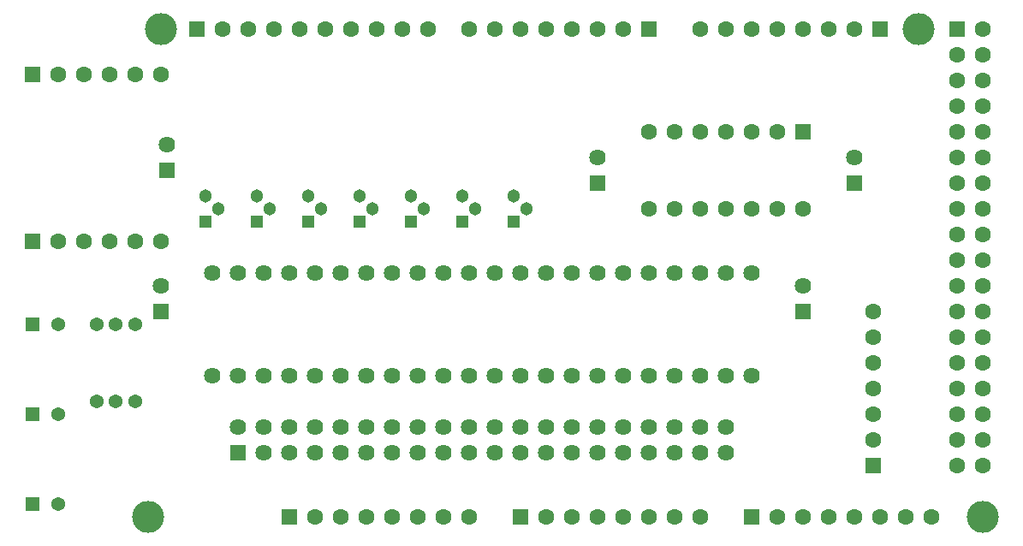
<source format=gts>
G04 DipTrace 4.3.0.2*
G04 TopMask.gbr*
%MOIN*%
G04 #@! TF.FileFunction,Soldermask,Top*
G04 #@! TF.Part,Single*
%ADD30C,0.125*%
%ADD41C,0.054*%
%ADD43C,0.064*%
%ADD45C,0.051244*%
%ADD49R,0.051244X0.051244*%
%ADD51C,0.063055*%
%ADD55R,0.063055X0.063055*%
%ADD57R,0.054X0.054*%
%ADD59C,0.054*%
%ADD61R,0.064X0.064*%
%ADD63C,0.064*%
%FSLAX26Y26*%
G04*
G70*
G90*
G75*
G01*
G04 TopMask*
%LPD*%
D63*
X3300000Y1500000D3*
D61*
Y1400000D3*
D63*
X2300000Y1500000D3*
D61*
Y1400000D3*
D63*
X625000Y1550000D3*
D61*
Y1450000D3*
X600000Y900000D3*
D63*
Y1000000D3*
D61*
X3100000Y900000D3*
D63*
Y1000000D3*
D59*
X200000Y150000D3*
D57*
X100000D3*
D59*
X200000Y500000D3*
D57*
X100000D3*
D59*
X200000Y850000D3*
D57*
X100000D3*
D30*
X600000Y2000000D3*
X550000Y100000D3*
X3550000Y2000000D3*
X3800000Y100000D3*
D63*
X2800000Y350000D3*
X2700000D3*
X2600000D3*
X2500000D3*
X2400000D3*
X2300000D3*
X2200000D3*
X2100000D3*
X2000000D3*
X1900000D3*
X1800000D3*
X1700000D3*
X1600000D3*
X1500000D3*
X1400000D3*
X1300000D3*
X1200000D3*
X1100000D3*
X1000000D3*
D61*
X900000D3*
D63*
Y450000D3*
X1000000D3*
X1100000D3*
X1200000D3*
X1300000D3*
X1400000D3*
X1500000D3*
X1600000D3*
X1700000D3*
X1800000D3*
X1900000D3*
X2000000D3*
X2100000D3*
X2200000D3*
X2300000D3*
X2400000D3*
X2500000D3*
X2600000D3*
X2700000D3*
X2800000D3*
D55*
X2000000Y100000D3*
D51*
X2100000D3*
X2200000D3*
X2300000D3*
X2400000D3*
X2500000D3*
X2600000D3*
X2700000D3*
D55*
X1100000D3*
D51*
X1200000D3*
X1300000D3*
X1400000D3*
X1500000D3*
X1600000D3*
X1700000D3*
X1800000D3*
D55*
X2500000Y2000000D3*
D51*
X2400000D3*
X2300000D3*
X2200000D3*
X2100000D3*
X2000000D3*
X1900000D3*
X1800000D3*
D55*
X740000D3*
D51*
X840000D3*
X940000D3*
X1040000D3*
X1140000D3*
X1240000D3*
X1340000D3*
X1440000D3*
X1540000D3*
X1640000D3*
D55*
X2900000Y100000D3*
D51*
X3000000D3*
X3100000D3*
X3200000D3*
X3300000D3*
X3400000D3*
X3500000D3*
X3600000D3*
D55*
X3400000Y2000000D3*
D51*
X3300000D3*
X3200000D3*
X3100000D3*
X3000000D3*
X2900000D3*
X2800000D3*
X2700000D3*
D55*
X3700000D3*
D51*
X3800000D3*
X3700000Y1900000D3*
X3800000D3*
X3700000Y1800000D3*
X3800000D3*
X3700000Y1700000D3*
X3800000D3*
X3700000Y1600000D3*
X3800000D3*
X3700000Y1500000D3*
X3800000D3*
X3700000Y1400000D3*
X3800000D3*
X3700000Y1300000D3*
X3800000D3*
X3700000Y1200000D3*
X3800000D3*
X3700000Y1100000D3*
X3800000D3*
X3700000Y1000000D3*
X3800000D3*
X3700000Y900000D3*
X3800000D3*
X3700000Y800000D3*
X3800000D3*
X3700000Y700000D3*
X3800000D3*
X3700000Y600000D3*
X3800000D3*
X3700000Y500000D3*
X3800000D3*
X3700000Y400000D3*
X3800000D3*
X3700000Y300000D3*
X3800000D3*
D55*
X100000Y1175000D3*
D51*
X200000D3*
X300000D3*
X400000D3*
X500000D3*
X600000D3*
D55*
X100000Y1825000D3*
D51*
X200000D3*
X300000D3*
X400000D3*
X500000D3*
X600000D3*
D55*
X3375000Y300000D3*
D51*
Y400000D3*
Y500000D3*
Y600000D3*
Y700000D3*
Y800000D3*
Y900000D3*
D49*
X1775000Y1250000D3*
D45*
X1825000Y1300000D3*
X1775000Y1350000D3*
D49*
X1975000Y1250000D3*
D45*
X2025000Y1300000D3*
X1975000Y1350000D3*
D49*
X1575000Y1250000D3*
D45*
X1625000Y1300000D3*
X1575000Y1350000D3*
D49*
X1175000Y1250000D3*
D45*
X1225000Y1300000D3*
X1175000Y1350000D3*
D49*
X1375000Y1250000D3*
D45*
X1425000Y1300000D3*
X1375000Y1350000D3*
D49*
X975000Y1250000D3*
D45*
X1025000Y1300000D3*
X975000Y1350000D3*
D49*
X775000Y1250000D3*
D45*
X825000Y1300000D3*
X775000Y1350000D3*
D63*
X2900000Y1050000D3*
D43*
Y650000D3*
D63*
X2800000Y1050000D3*
D43*
Y650000D3*
D63*
X2600000Y1050000D3*
D43*
Y650000D3*
D63*
X2700000Y1050000D3*
D43*
Y650000D3*
D63*
X2500000Y1050000D3*
D43*
Y650000D3*
D63*
X2400000Y1050000D3*
D43*
Y650000D3*
D63*
X2200000Y1050000D3*
D43*
Y650000D3*
D63*
X2300000Y1050000D3*
D43*
Y650000D3*
D63*
X2100000Y1050000D3*
D43*
Y650000D3*
D63*
X1800000Y1050000D3*
D43*
Y650000D3*
D63*
X1900000Y1050000D3*
D43*
Y650000D3*
D63*
X1700000Y1050000D3*
D43*
Y650000D3*
D63*
X1600000Y1050000D3*
D43*
Y650000D3*
D63*
X1400000Y1050000D3*
D43*
Y650000D3*
D63*
X1500000Y1050000D3*
D43*
Y650000D3*
D63*
X1300000Y1050000D3*
D43*
Y650000D3*
D63*
X1200000Y1050000D3*
D43*
Y650000D3*
D63*
X1000000Y1050000D3*
D43*
Y650000D3*
D63*
X1100000Y1050000D3*
D43*
Y650000D3*
D63*
X900000Y1050000D3*
D43*
Y650000D3*
D63*
X800000Y1050000D3*
D43*
Y650000D3*
D63*
X2000000Y1050000D3*
D43*
Y650000D3*
D59*
X500000Y850000D3*
D41*
Y550000D3*
D59*
X425000Y850000D3*
D41*
Y550000D3*
D59*
X350000Y850000D3*
D41*
Y550000D3*
D55*
X3100000Y1600000D3*
D51*
X3000000D3*
X2900000D3*
X2800000D3*
X2700000D3*
X2600000D3*
X2500000D3*
Y1300000D3*
X2600000D3*
X2700000D3*
X2800000D3*
X2900000D3*
X3000000D3*
X3100000D3*
M02*

</source>
